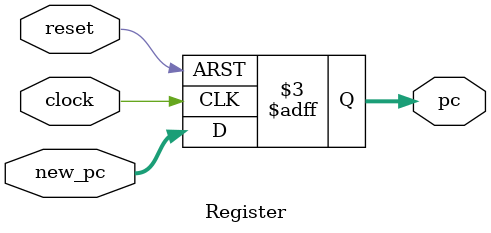
<source format=v>
module Register #(parameter n = 32) (clock, reset, new_pc, pc);

	input clock;
   input reset;
  input [n - 1 : 0] new_pc;
  output reg [n - 1 : 0] pc;

  always @ (posedge clock or negedge reset) begin
		
    if(~reset)
			pc <= 0;
		else
			pc<= new_pc;
	end

endmodule

</source>
